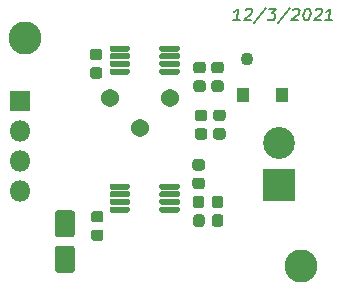
<source format=gbr>
%TF.GenerationSoftware,KiCad,Pcbnew,5.1.6-c6e7f7d~87~ubuntu18.04.1*%
%TF.CreationDate,2021-12-04T09:45:15-08:00*%
%TF.ProjectId,thermocouple-amp,74686572-6d6f-4636-9f75-706c652d616d,rev?*%
%TF.SameCoordinates,Original*%
%TF.FileFunction,Soldermask,Top*%
%TF.FilePolarity,Negative*%
%FSLAX46Y46*%
G04 Gerber Fmt 4.6, Leading zero omitted, Abs format (unit mm)*
G04 Created by KiCad (PCBNEW 5.1.6-c6e7f7d~87~ubuntu18.04.1) date 2021-12-04 09:45:15*
%MOMM*%
%LPD*%
G01*
G04 APERTURE LIST*
%ADD10C,0.150000*%
%ADD11C,1.100000*%
%ADD12C,2.700000*%
%ADD13R,2.700000X2.700000*%
%ADD14R,1.000000X1.300000*%
%ADD15C,1.540000*%
%ADD16C,2.800000*%
%ADD17O,1.800000X1.800000*%
%ADD18R,1.800000X1.800000*%
G04 APERTURE END LIST*
D10*
X167578567Y-85669380D02*
X167007138Y-85669380D01*
X167292852Y-85669380D02*
X167417852Y-84669380D01*
X167304757Y-84812238D01*
X167197614Y-84907476D01*
X167096424Y-84955095D01*
X168072614Y-84764619D02*
X168126186Y-84717000D01*
X168227376Y-84669380D01*
X168465472Y-84669380D01*
X168554757Y-84717000D01*
X168596424Y-84764619D01*
X168632138Y-84859857D01*
X168620233Y-84955095D01*
X168554757Y-85097952D01*
X167911900Y-85669380D01*
X168530948Y-85669380D01*
X169804757Y-84621761D02*
X168786900Y-85907476D01*
X170036900Y-84669380D02*
X170655948Y-84669380D01*
X170274995Y-85050333D01*
X170417852Y-85050333D01*
X170507138Y-85097952D01*
X170548805Y-85145571D01*
X170584519Y-85240809D01*
X170554757Y-85478904D01*
X170495233Y-85574142D01*
X170441662Y-85621761D01*
X170340472Y-85669380D01*
X170054757Y-85669380D01*
X169965472Y-85621761D01*
X169923805Y-85574142D01*
X171804757Y-84621761D02*
X170786900Y-85907476D01*
X172072614Y-84764619D02*
X172126186Y-84717000D01*
X172227376Y-84669380D01*
X172465472Y-84669380D01*
X172554757Y-84717000D01*
X172596424Y-84764619D01*
X172632138Y-84859857D01*
X172620233Y-84955095D01*
X172554757Y-85097952D01*
X171911900Y-85669380D01*
X172530948Y-85669380D01*
X173274995Y-84669380D02*
X173370233Y-84669380D01*
X173459519Y-84717000D01*
X173501186Y-84764619D01*
X173536900Y-84859857D01*
X173560710Y-85050333D01*
X173530948Y-85288428D01*
X173459519Y-85478904D01*
X173399995Y-85574142D01*
X173346424Y-85621761D01*
X173245233Y-85669380D01*
X173149995Y-85669380D01*
X173060710Y-85621761D01*
X173019043Y-85574142D01*
X172983329Y-85478904D01*
X172959519Y-85288428D01*
X172989281Y-85050333D01*
X173060710Y-84859857D01*
X173120233Y-84764619D01*
X173173805Y-84717000D01*
X173274995Y-84669380D01*
X173977376Y-84764619D02*
X174030948Y-84717000D01*
X174132138Y-84669380D01*
X174370233Y-84669380D01*
X174459519Y-84717000D01*
X174501186Y-84764619D01*
X174536900Y-84859857D01*
X174524995Y-84955095D01*
X174459519Y-85097952D01*
X173816662Y-85669380D01*
X174435710Y-85669380D01*
X175388091Y-85669380D02*
X174816662Y-85669380D01*
X175102376Y-85669380D02*
X175227376Y-84669380D01*
X175114281Y-84812238D01*
X175007138Y-84907476D01*
X174905948Y-84955095D01*
%TO.C,U1*%
G36*
G01*
X160762000Y-88177000D02*
X160762000Y-87927000D01*
G75*
G02*
X160887000Y-87802000I125000J0D01*
G01*
X162362000Y-87802000D01*
G75*
G02*
X162487000Y-87927000I0J-125000D01*
G01*
X162487000Y-88177000D01*
G75*
G02*
X162362000Y-88302000I-125000J0D01*
G01*
X160887000Y-88302000D01*
G75*
G02*
X160762000Y-88177000I0J125000D01*
G01*
G37*
G36*
G01*
X160762000Y-88827000D02*
X160762000Y-88577000D01*
G75*
G02*
X160887000Y-88452000I125000J0D01*
G01*
X162362000Y-88452000D01*
G75*
G02*
X162487000Y-88577000I0J-125000D01*
G01*
X162487000Y-88827000D01*
G75*
G02*
X162362000Y-88952000I-125000J0D01*
G01*
X160887000Y-88952000D01*
G75*
G02*
X160762000Y-88827000I0J125000D01*
G01*
G37*
G36*
G01*
X160762000Y-89477000D02*
X160762000Y-89227000D01*
G75*
G02*
X160887000Y-89102000I125000J0D01*
G01*
X162362000Y-89102000D01*
G75*
G02*
X162487000Y-89227000I0J-125000D01*
G01*
X162487000Y-89477000D01*
G75*
G02*
X162362000Y-89602000I-125000J0D01*
G01*
X160887000Y-89602000D01*
G75*
G02*
X160762000Y-89477000I0J125000D01*
G01*
G37*
G36*
G01*
X160762000Y-90127000D02*
X160762000Y-89877000D01*
G75*
G02*
X160887000Y-89752000I125000J0D01*
G01*
X162362000Y-89752000D01*
G75*
G02*
X162487000Y-89877000I0J-125000D01*
G01*
X162487000Y-90127000D01*
G75*
G02*
X162362000Y-90252000I-125000J0D01*
G01*
X160887000Y-90252000D01*
G75*
G02*
X160762000Y-90127000I0J125000D01*
G01*
G37*
G36*
G01*
X156537000Y-90127000D02*
X156537000Y-89877000D01*
G75*
G02*
X156662000Y-89752000I125000J0D01*
G01*
X158137000Y-89752000D01*
G75*
G02*
X158262000Y-89877000I0J-125000D01*
G01*
X158262000Y-90127000D01*
G75*
G02*
X158137000Y-90252000I-125000J0D01*
G01*
X156662000Y-90252000D01*
G75*
G02*
X156537000Y-90127000I0J125000D01*
G01*
G37*
G36*
G01*
X156537000Y-89477000D02*
X156537000Y-89227000D01*
G75*
G02*
X156662000Y-89102000I125000J0D01*
G01*
X158137000Y-89102000D01*
G75*
G02*
X158262000Y-89227000I0J-125000D01*
G01*
X158262000Y-89477000D01*
G75*
G02*
X158137000Y-89602000I-125000J0D01*
G01*
X156662000Y-89602000D01*
G75*
G02*
X156537000Y-89477000I0J125000D01*
G01*
G37*
G36*
G01*
X156537000Y-88827000D02*
X156537000Y-88577000D01*
G75*
G02*
X156662000Y-88452000I125000J0D01*
G01*
X158137000Y-88452000D01*
G75*
G02*
X158262000Y-88577000I0J-125000D01*
G01*
X158262000Y-88827000D01*
G75*
G02*
X158137000Y-88952000I-125000J0D01*
G01*
X156662000Y-88952000D01*
G75*
G02*
X156537000Y-88827000I0J125000D01*
G01*
G37*
G36*
G01*
X156537000Y-88177000D02*
X156537000Y-87927000D01*
G75*
G02*
X156662000Y-87802000I125000J0D01*
G01*
X158137000Y-87802000D01*
G75*
G02*
X158262000Y-87927000I0J-125000D01*
G01*
X158262000Y-88177000D01*
G75*
G02*
X158137000Y-88302000I-125000J0D01*
G01*
X156662000Y-88302000D01*
G75*
G02*
X156537000Y-88177000I0J125000D01*
G01*
G37*
%TD*%
%TO.C,U2*%
G36*
G01*
X158262000Y-101561000D02*
X158262000Y-101811000D01*
G75*
G02*
X158137000Y-101936000I-125000J0D01*
G01*
X156662000Y-101936000D01*
G75*
G02*
X156537000Y-101811000I0J125000D01*
G01*
X156537000Y-101561000D01*
G75*
G02*
X156662000Y-101436000I125000J0D01*
G01*
X158137000Y-101436000D01*
G75*
G02*
X158262000Y-101561000I0J-125000D01*
G01*
G37*
G36*
G01*
X158262000Y-100911000D02*
X158262000Y-101161000D01*
G75*
G02*
X158137000Y-101286000I-125000J0D01*
G01*
X156662000Y-101286000D01*
G75*
G02*
X156537000Y-101161000I0J125000D01*
G01*
X156537000Y-100911000D01*
G75*
G02*
X156662000Y-100786000I125000J0D01*
G01*
X158137000Y-100786000D01*
G75*
G02*
X158262000Y-100911000I0J-125000D01*
G01*
G37*
G36*
G01*
X158262000Y-100261000D02*
X158262000Y-100511000D01*
G75*
G02*
X158137000Y-100636000I-125000J0D01*
G01*
X156662000Y-100636000D01*
G75*
G02*
X156537000Y-100511000I0J125000D01*
G01*
X156537000Y-100261000D01*
G75*
G02*
X156662000Y-100136000I125000J0D01*
G01*
X158137000Y-100136000D01*
G75*
G02*
X158262000Y-100261000I0J-125000D01*
G01*
G37*
G36*
G01*
X158262000Y-99611000D02*
X158262000Y-99861000D01*
G75*
G02*
X158137000Y-99986000I-125000J0D01*
G01*
X156662000Y-99986000D01*
G75*
G02*
X156537000Y-99861000I0J125000D01*
G01*
X156537000Y-99611000D01*
G75*
G02*
X156662000Y-99486000I125000J0D01*
G01*
X158137000Y-99486000D01*
G75*
G02*
X158262000Y-99611000I0J-125000D01*
G01*
G37*
G36*
G01*
X162487000Y-99611000D02*
X162487000Y-99861000D01*
G75*
G02*
X162362000Y-99986000I-125000J0D01*
G01*
X160887000Y-99986000D01*
G75*
G02*
X160762000Y-99861000I0J125000D01*
G01*
X160762000Y-99611000D01*
G75*
G02*
X160887000Y-99486000I125000J0D01*
G01*
X162362000Y-99486000D01*
G75*
G02*
X162487000Y-99611000I0J-125000D01*
G01*
G37*
G36*
G01*
X162487000Y-100261000D02*
X162487000Y-100511000D01*
G75*
G02*
X162362000Y-100636000I-125000J0D01*
G01*
X160887000Y-100636000D01*
G75*
G02*
X160762000Y-100511000I0J125000D01*
G01*
X160762000Y-100261000D01*
G75*
G02*
X160887000Y-100136000I125000J0D01*
G01*
X162362000Y-100136000D01*
G75*
G02*
X162487000Y-100261000I0J-125000D01*
G01*
G37*
G36*
G01*
X162487000Y-100911000D02*
X162487000Y-101161000D01*
G75*
G02*
X162362000Y-101286000I-125000J0D01*
G01*
X160887000Y-101286000D01*
G75*
G02*
X160762000Y-101161000I0J125000D01*
G01*
X160762000Y-100911000D01*
G75*
G02*
X160887000Y-100786000I125000J0D01*
G01*
X162362000Y-100786000D01*
G75*
G02*
X162487000Y-100911000I0J-125000D01*
G01*
G37*
G36*
G01*
X162487000Y-101561000D02*
X162487000Y-101811000D01*
G75*
G02*
X162362000Y-101936000I-125000J0D01*
G01*
X160887000Y-101936000D01*
G75*
G02*
X160762000Y-101811000I0J125000D01*
G01*
X160762000Y-101561000D01*
G75*
G02*
X160887000Y-101436000I125000J0D01*
G01*
X162362000Y-101436000D01*
G75*
G02*
X162487000Y-101561000I0J-125000D01*
G01*
G37*
%TD*%
D11*
%TO.C,TP1*%
X168148000Y-88900000D03*
%TD*%
D12*
%TO.C,TC1*%
X170865800Y-96068000D03*
D13*
X170865800Y-99568000D03*
%TD*%
%TO.C,R8*%
G36*
G01*
X164365250Y-98379000D02*
X163802750Y-98379000D01*
G75*
G02*
X163559000Y-98135250I0J243750D01*
G01*
X163559000Y-97647750D01*
G75*
G02*
X163802750Y-97404000I243750J0D01*
G01*
X164365250Y-97404000D01*
G75*
G02*
X164609000Y-97647750I0J-243750D01*
G01*
X164609000Y-98135250D01*
G75*
G02*
X164365250Y-98379000I-243750J0D01*
G01*
G37*
G36*
G01*
X164365250Y-99954000D02*
X163802750Y-99954000D01*
G75*
G02*
X163559000Y-99710250I0J243750D01*
G01*
X163559000Y-99222750D01*
G75*
G02*
X163802750Y-98979000I243750J0D01*
G01*
X164365250Y-98979000D01*
G75*
G02*
X164609000Y-99222750I0J-243750D01*
G01*
X164609000Y-99710250D01*
G75*
G02*
X164365250Y-99954000I-243750J0D01*
G01*
G37*
%TD*%
%TO.C,R7*%
G36*
G01*
X164571400Y-100759950D02*
X164571400Y-101322450D01*
G75*
G02*
X164327650Y-101566200I-243750J0D01*
G01*
X163840150Y-101566200D01*
G75*
G02*
X163596400Y-101322450I0J243750D01*
G01*
X163596400Y-100759950D01*
G75*
G02*
X163840150Y-100516200I243750J0D01*
G01*
X164327650Y-100516200D01*
G75*
G02*
X164571400Y-100759950I0J-243750D01*
G01*
G37*
G36*
G01*
X166146400Y-100759950D02*
X166146400Y-101322450D01*
G75*
G02*
X165902650Y-101566200I-243750J0D01*
G01*
X165415150Y-101566200D01*
G75*
G02*
X165171400Y-101322450I0J243750D01*
G01*
X165171400Y-100759950D01*
G75*
G02*
X165415150Y-100516200I243750J0D01*
G01*
X165902650Y-100516200D01*
G75*
G02*
X166146400Y-100759950I0J-243750D01*
G01*
G37*
%TD*%
%TO.C,R5*%
G36*
G01*
X164441450Y-90149400D02*
X163878950Y-90149400D01*
G75*
G02*
X163635200Y-89905650I0J243750D01*
G01*
X163635200Y-89418150D01*
G75*
G02*
X163878950Y-89174400I243750J0D01*
G01*
X164441450Y-89174400D01*
G75*
G02*
X164685200Y-89418150I0J-243750D01*
G01*
X164685200Y-89905650D01*
G75*
G02*
X164441450Y-90149400I-243750J0D01*
G01*
G37*
G36*
G01*
X164441450Y-91724400D02*
X163878950Y-91724400D01*
G75*
G02*
X163635200Y-91480650I0J243750D01*
G01*
X163635200Y-90993150D01*
G75*
G02*
X163878950Y-90749400I243750J0D01*
G01*
X164441450Y-90749400D01*
G75*
G02*
X164685200Y-90993150I0J-243750D01*
G01*
X164685200Y-91480650D01*
G75*
G02*
X164441450Y-91724400I-243750J0D01*
G01*
G37*
%TD*%
%TO.C,R4*%
G36*
G01*
X165196800Y-102897250D02*
X165196800Y-102334750D01*
G75*
G02*
X165440550Y-102091000I243750J0D01*
G01*
X165928050Y-102091000D01*
G75*
G02*
X166171800Y-102334750I0J-243750D01*
G01*
X166171800Y-102897250D01*
G75*
G02*
X165928050Y-103141000I-243750J0D01*
G01*
X165440550Y-103141000D01*
G75*
G02*
X165196800Y-102897250I0J243750D01*
G01*
G37*
G36*
G01*
X163621800Y-102897250D02*
X163621800Y-102334750D01*
G75*
G02*
X163865550Y-102091000I243750J0D01*
G01*
X164353050Y-102091000D01*
G75*
G02*
X164596800Y-102334750I0J-243750D01*
G01*
X164596800Y-102897250D01*
G75*
G02*
X164353050Y-103141000I-243750J0D01*
G01*
X163865550Y-103141000D01*
G75*
G02*
X163621800Y-102897250I0J243750D01*
G01*
G37*
%TD*%
%TO.C,R3*%
G36*
G01*
X164005950Y-94788000D02*
X164568450Y-94788000D01*
G75*
G02*
X164812200Y-95031750I0J-243750D01*
G01*
X164812200Y-95519250D01*
G75*
G02*
X164568450Y-95763000I-243750J0D01*
G01*
X164005950Y-95763000D01*
G75*
G02*
X163762200Y-95519250I0J243750D01*
G01*
X163762200Y-95031750D01*
G75*
G02*
X164005950Y-94788000I243750J0D01*
G01*
G37*
G36*
G01*
X164005950Y-93213000D02*
X164568450Y-93213000D01*
G75*
G02*
X164812200Y-93456750I0J-243750D01*
G01*
X164812200Y-93944250D01*
G75*
G02*
X164568450Y-94188000I-243750J0D01*
G01*
X164005950Y-94188000D01*
G75*
G02*
X163762200Y-93944250I0J243750D01*
G01*
X163762200Y-93456750D01*
G75*
G02*
X164005950Y-93213000I243750J0D01*
G01*
G37*
%TD*%
%TO.C,R2*%
G36*
G01*
X166117850Y-94188000D02*
X165555350Y-94188000D01*
G75*
G02*
X165311600Y-93944250I0J243750D01*
G01*
X165311600Y-93456750D01*
G75*
G02*
X165555350Y-93213000I243750J0D01*
G01*
X166117850Y-93213000D01*
G75*
G02*
X166361600Y-93456750I0J-243750D01*
G01*
X166361600Y-93944250D01*
G75*
G02*
X166117850Y-94188000I-243750J0D01*
G01*
G37*
G36*
G01*
X166117850Y-95763000D02*
X165555350Y-95763000D01*
G75*
G02*
X165311600Y-95519250I0J243750D01*
G01*
X165311600Y-95031750D01*
G75*
G02*
X165555350Y-94788000I243750J0D01*
G01*
X166117850Y-94788000D01*
G75*
G02*
X166361600Y-95031750I0J-243750D01*
G01*
X166361600Y-95519250D01*
G75*
G02*
X166117850Y-95763000I-243750J0D01*
G01*
G37*
%TD*%
%TO.C,R1*%
G36*
G01*
X165965450Y-90149400D02*
X165402950Y-90149400D01*
G75*
G02*
X165159200Y-89905650I0J243750D01*
G01*
X165159200Y-89418150D01*
G75*
G02*
X165402950Y-89174400I243750J0D01*
G01*
X165965450Y-89174400D01*
G75*
G02*
X166209200Y-89418150I0J-243750D01*
G01*
X166209200Y-89905650D01*
G75*
G02*
X165965450Y-90149400I-243750J0D01*
G01*
G37*
G36*
G01*
X165965450Y-91724400D02*
X165402950Y-91724400D01*
G75*
G02*
X165159200Y-91480650I0J243750D01*
G01*
X165159200Y-90993150D01*
G75*
G02*
X165402950Y-90749400I243750J0D01*
G01*
X165965450Y-90749400D01*
G75*
G02*
X166209200Y-90993150I0J-243750D01*
G01*
X166209200Y-91480650D01*
G75*
G02*
X165965450Y-91724400I-243750J0D01*
G01*
G37*
%TD*%
D14*
%TO.C,D1*%
X167818800Y-91998800D03*
X171118800Y-91998800D03*
%TD*%
%TO.C,C2*%
G36*
G01*
X155780050Y-102773200D02*
X155217550Y-102773200D01*
G75*
G02*
X154973800Y-102529450I0J243750D01*
G01*
X154973800Y-102041950D01*
G75*
G02*
X155217550Y-101798200I243750J0D01*
G01*
X155780050Y-101798200D01*
G75*
G02*
X156023800Y-102041950I0J-243750D01*
G01*
X156023800Y-102529450D01*
G75*
G02*
X155780050Y-102773200I-243750J0D01*
G01*
G37*
G36*
G01*
X155780050Y-104348200D02*
X155217550Y-104348200D01*
G75*
G02*
X154973800Y-104104450I0J243750D01*
G01*
X154973800Y-103616950D01*
G75*
G02*
X155217550Y-103373200I243750J0D01*
G01*
X155780050Y-103373200D01*
G75*
G02*
X156023800Y-103616950I0J-243750D01*
G01*
X156023800Y-104104450D01*
G75*
G02*
X155780050Y-104348200I-243750J0D01*
G01*
G37*
%TD*%
%TO.C,C1*%
G36*
G01*
X152171225Y-104744000D02*
X153339975Y-104744000D01*
G75*
G02*
X153605600Y-105009625I0J-265625D01*
G01*
X153605600Y-106778375D01*
G75*
G02*
X153339975Y-107044000I-265625J0D01*
G01*
X152171225Y-107044000D01*
G75*
G02*
X151905600Y-106778375I0J265625D01*
G01*
X151905600Y-105009625D01*
G75*
G02*
X152171225Y-104744000I265625J0D01*
G01*
G37*
G36*
G01*
X152171225Y-101744000D02*
X153339975Y-101744000D01*
G75*
G02*
X153605600Y-102009625I0J-265625D01*
G01*
X153605600Y-103778375D01*
G75*
G02*
X153339975Y-104044000I-265625J0D01*
G01*
X152171225Y-104044000D01*
G75*
G02*
X151905600Y-103778375I0J265625D01*
G01*
X151905600Y-102009625D01*
G75*
G02*
X152171225Y-101744000I265625J0D01*
G01*
G37*
%TD*%
D15*
%TO.C,RV1*%
X156616400Y-92278200D03*
X159156400Y-94818200D03*
X161696400Y-92278200D03*
%TD*%
%TO.C,C3*%
G36*
G01*
X155678450Y-89031800D02*
X155115950Y-89031800D01*
G75*
G02*
X154872200Y-88788050I0J243750D01*
G01*
X154872200Y-88300550D01*
G75*
G02*
X155115950Y-88056800I243750J0D01*
G01*
X155678450Y-88056800D01*
G75*
G02*
X155922200Y-88300550I0J-243750D01*
G01*
X155922200Y-88788050D01*
G75*
G02*
X155678450Y-89031800I-243750J0D01*
G01*
G37*
G36*
G01*
X155678450Y-90606800D02*
X155115950Y-90606800D01*
G75*
G02*
X154872200Y-90363050I0J243750D01*
G01*
X154872200Y-89875550D01*
G75*
G02*
X155115950Y-89631800I243750J0D01*
G01*
X155678450Y-89631800D01*
G75*
G02*
X155922200Y-89875550I0J-243750D01*
G01*
X155922200Y-90363050D01*
G75*
G02*
X155678450Y-90606800I-243750J0D01*
G01*
G37*
%TD*%
D16*
%TO.C,H2*%
X172720000Y-106426000D03*
%TD*%
%TO.C,H1*%
X149352000Y-87122000D03*
%TD*%
D17*
%TO.C,J2*%
X148971000Y-100076000D03*
X148971000Y-97536000D03*
X148971000Y-94996000D03*
D18*
X148971000Y-92456000D03*
%TD*%
M02*

</source>
